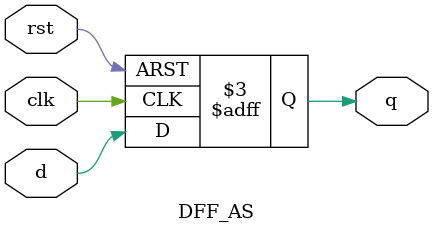
<source format=v>
`timescale 1ns / 1ps


module DFF_AS(
    input d,
    input rst,
    input clk,
    output reg q
    );
    
    always@(posedge clk or negedge rst) begin
        if(!rst) q<=0;
        else q<=d;
       end
      
endmodule
</source>
